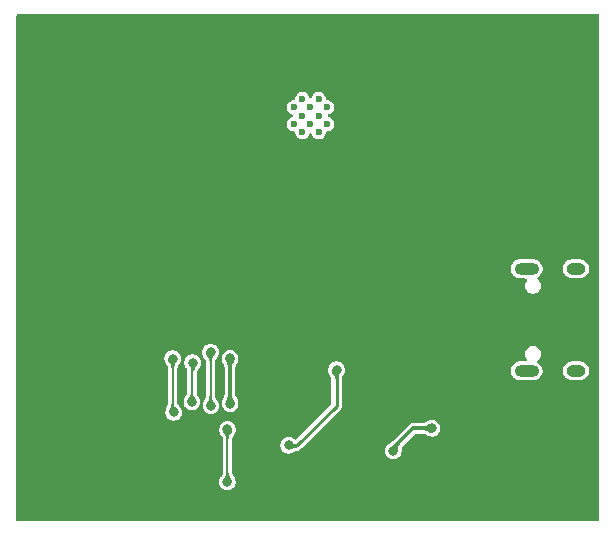
<source format=gbl>
%TF.GenerationSoftware,KiCad,Pcbnew,9.0.7-9.0.7~ubuntu24.04.1*%
%TF.CreationDate,2026-02-19T10:10:56+00:00*%
%TF.ProjectId,v1,76312e6b-6963-4616-945f-706362585858,rev?*%
%TF.SameCoordinates,Original*%
%TF.FileFunction,Copper,L2,Bot*%
%TF.FilePolarity,Positive*%
%FSLAX46Y46*%
G04 Gerber Fmt 4.6, Leading zero omitted, Abs format (unit mm)*
G04 Created by KiCad (PCBNEW 9.0.7-9.0.7~ubuntu24.04.1) date 2026-02-19 10:10:56*
%MOMM*%
%LPD*%
G01*
G04 APERTURE LIST*
%TA.AperFunction,ComponentPad*%
%ADD10C,0.800000*%
%TD*%
%TA.AperFunction,HeatsinkPad*%
%ADD11C,0.600000*%
%TD*%
%TA.AperFunction,ComponentPad*%
%ADD12O,2.100000X1.000000*%
%TD*%
%TA.AperFunction,ComponentPad*%
%ADD13O,1.600000X1.000000*%
%TD*%
%TA.AperFunction,ViaPad*%
%ADD14C,0.800000*%
%TD*%
%TA.AperFunction,ViaPad*%
%ADD15C,1.000000*%
%TD*%
%TA.AperFunction,Conductor*%
%ADD16C,0.250000*%
%TD*%
%TA.AperFunction,Conductor*%
%ADD17C,0.300000*%
%TD*%
%TA.AperFunction,Conductor*%
%ADD18C,0.200000*%
%TD*%
G04 APERTURE END LIST*
D10*
%TO.P,U3,11,PGND*%
%TO.N,GND*%
X108630000Y-91525000D03*
X107766400Y-90950000D03*
X109580000Y-90950000D03*
X108630000Y-90543600D03*
%TD*%
D11*
%TO.P,U6,39,GND*%
%TO.N,Net-(U6-GND-Pad1)*%
X124550000Y-64390000D03*
X124550000Y-65790000D03*
X125250000Y-63690000D03*
X125250000Y-65090000D03*
X125250000Y-66490000D03*
X125925000Y-64390000D03*
X125925000Y-65790000D03*
X126650000Y-63690000D03*
X126650000Y-65090000D03*
X126650000Y-66490000D03*
X127350000Y-64390000D03*
X127350000Y-65790000D03*
%TD*%
D12*
%TO.P,J1,S1,SHIELD*%
%TO.N,Net-(J1-SHIELD)*%
X144240000Y-86700000D03*
D13*
X148420000Y-86700000D03*
D12*
X144240000Y-78060000D03*
D13*
X148420000Y-78060000D03*
%TD*%
D14*
%TO.N,/Power Module/USB_5V*%
X119150000Y-89470000D03*
X119130000Y-85640000D03*
X124100000Y-93010000D03*
X128150000Y-86600000D03*
D15*
%TO.N,GND*%
X106880000Y-98900000D03*
X111630000Y-96300000D03*
X131850000Y-92900000D03*
X108280000Y-98900000D03*
X108630000Y-96000000D03*
X140840000Y-92930000D03*
X111680000Y-94950000D03*
X105630000Y-95100000D03*
X130950000Y-94000000D03*
X105640000Y-96500000D03*
X139470000Y-92300000D03*
X109680000Y-98900000D03*
X106030000Y-93600000D03*
X108650000Y-94630000D03*
X117900000Y-90890000D03*
X111580000Y-93600000D03*
D14*
X107675088Y-88209728D03*
D15*
X146510000Y-84850000D03*
X133300000Y-97040000D03*
X111630000Y-97600000D03*
D14*
X115190000Y-91850000D03*
D15*
X139440000Y-94030000D03*
X105680000Y-97950000D03*
X111230000Y-98900000D03*
X108650000Y-97420000D03*
X146560000Y-80370000D03*
D14*
%TO.N,Net-(U2-THERM)*%
X118910000Y-96110000D03*
X118920000Y-91650000D03*
%TO.N,/Power Module/PG*%
X117485000Y-85090000D03*
X117510000Y-89640000D03*
%TO.N,/Power Module/STAT1*%
X114360000Y-90220000D03*
X114280000Y-85670000D03*
%TO.N,/Power Module/STAT2*%
X115980000Y-86010000D03*
X115900000Y-89340000D03*
%TO.N,/Power Module/DW_OD*%
X132960000Y-93450000D03*
X136240000Y-91560000D03*
%TD*%
D16*
%TO.N,/Power Module/USB_5V*%
X128150000Y-89680000D02*
X128150000Y-86600000D01*
X124100000Y-93010000D02*
X124820000Y-93010000D01*
D17*
X119130000Y-85640000D02*
X119130000Y-89450000D01*
D16*
X124820000Y-93010000D02*
X128150000Y-89680000D01*
D17*
X119130000Y-89450000D02*
X119150000Y-89470000D01*
D18*
%TO.N,Net-(U2-THERM)*%
X119037500Y-96237500D02*
X119125000Y-96237500D01*
X118920000Y-96100000D02*
X118910000Y-96110000D01*
X118910000Y-96110000D02*
X119037500Y-96237500D01*
X118920000Y-91650000D02*
X118920000Y-96100000D01*
%TO.N,/Power Module/PG*%
X117485000Y-89615000D02*
X117510000Y-89640000D01*
X117485000Y-85090000D02*
X117485000Y-89615000D01*
%TO.N,/Power Module/STAT1*%
X114280000Y-90140000D02*
X114280000Y-85670000D01*
X114490000Y-90070000D02*
X114490000Y-90090000D01*
X114360000Y-90220000D02*
X114510000Y-90070000D01*
X114360000Y-90220000D02*
X114280000Y-90140000D01*
X114490000Y-90090000D02*
X114360000Y-90220000D01*
%TO.N,/Power Module/STAT2*%
X115900000Y-86640000D02*
X115980000Y-86560000D01*
X115980000Y-86560000D02*
X115980000Y-86010000D01*
X115900000Y-89340000D02*
X115900000Y-86640000D01*
X115990000Y-86020000D02*
X115980000Y-86010000D01*
D17*
%TO.N,/Power Module/DW_OD*%
X132960000Y-93250000D02*
X132960000Y-93450000D01*
X134650000Y-91560000D02*
X132960000Y-93250000D01*
X136240000Y-91560000D02*
X134650000Y-91560000D01*
%TD*%
%TA.AperFunction,Conductor*%
%TO.N,GND*%
G36*
X150342539Y-56510185D02*
G01*
X150388294Y-56562989D01*
X150399500Y-56614500D01*
X150399500Y-99325500D01*
X150379815Y-99392539D01*
X150327011Y-99438294D01*
X150275500Y-99449500D01*
X101174500Y-99449500D01*
X101107461Y-99429815D01*
X101061706Y-99377011D01*
X101050500Y-99325500D01*
X101050500Y-96178995D01*
X118209499Y-96178995D01*
X118236418Y-96314322D01*
X118236421Y-96314332D01*
X118289221Y-96441804D01*
X118289228Y-96441817D01*
X118365885Y-96556541D01*
X118365888Y-96556545D01*
X118463454Y-96654111D01*
X118463458Y-96654114D01*
X118578182Y-96730771D01*
X118578195Y-96730778D01*
X118705667Y-96783578D01*
X118705672Y-96783580D01*
X118705676Y-96783580D01*
X118705677Y-96783581D01*
X118841004Y-96810500D01*
X118841007Y-96810500D01*
X118978995Y-96810500D01*
X119070041Y-96792389D01*
X119114328Y-96783580D01*
X119241811Y-96730775D01*
X119356542Y-96654114D01*
X119454114Y-96556542D01*
X119530775Y-96441811D01*
X119583580Y-96314328D01*
X119610500Y-96178993D01*
X119610500Y-96041007D01*
X119610499Y-96041004D01*
X119599081Y-95983603D01*
X119596931Y-95967006D01*
X119595619Y-95945633D01*
X119595619Y-95945632D01*
X119575977Y-95867443D01*
X119571450Y-95851311D01*
X119571071Y-95850090D01*
X119565704Y-95834328D01*
X119538651Y-95761459D01*
X119528968Y-95738333D01*
X119528966Y-95738328D01*
X119528155Y-95736594D01*
X119516590Y-95714312D01*
X119516580Y-95714292D01*
X119446622Y-95592062D01*
X119437910Y-95577764D01*
X119437908Y-95577760D01*
X119437543Y-95577197D01*
X119437210Y-95576683D01*
X119427636Y-95562758D01*
X119396945Y-95520663D01*
X119396033Y-95519392D01*
X119365499Y-95476263D01*
X119356968Y-95462356D01*
X119354822Y-95458278D01*
X119350079Y-95449263D01*
X119340517Y-95425343D01*
X119336096Y-95409747D01*
X119331776Y-95385640D01*
X119325410Y-95304556D01*
X119324513Y-95301116D01*
X119320500Y-95269826D01*
X119320500Y-93078995D01*
X123399499Y-93078995D01*
X123426418Y-93214322D01*
X123426421Y-93214332D01*
X123479221Y-93341804D01*
X123479228Y-93341817D01*
X123555885Y-93456541D01*
X123555888Y-93456545D01*
X123653454Y-93554111D01*
X123653458Y-93554114D01*
X123768182Y-93630771D01*
X123768195Y-93630778D01*
X123895667Y-93683578D01*
X123895672Y-93683580D01*
X123895676Y-93683580D01*
X123895677Y-93683581D01*
X124031004Y-93710500D01*
X124031007Y-93710500D01*
X124168995Y-93710500D01*
X124260041Y-93692389D01*
X124304328Y-93683580D01*
X124431811Y-93630775D01*
X124455648Y-93614846D01*
X124465109Y-93609118D01*
X124473021Y-93604797D01*
X124488675Y-93599002D01*
X124540948Y-93567707D01*
X124543085Y-93566541D01*
X124543710Y-93566404D01*
X124550768Y-93562686D01*
X124569349Y-93554158D01*
X124587659Y-93547444D01*
X124674181Y-93523242D01*
X124683875Y-93520947D01*
X124690194Y-93519717D01*
X124693435Y-93519067D01*
X124693497Y-93519054D01*
X124693533Y-93519047D01*
X124693632Y-93519027D01*
X124693784Y-93518995D01*
X132259499Y-93518995D01*
X132286418Y-93654322D01*
X132286421Y-93654332D01*
X132339221Y-93781804D01*
X132339228Y-93781817D01*
X132415885Y-93896541D01*
X132415888Y-93896545D01*
X132513454Y-93994111D01*
X132513458Y-93994114D01*
X132628182Y-94070771D01*
X132628195Y-94070778D01*
X132755667Y-94123578D01*
X132755672Y-94123580D01*
X132755676Y-94123580D01*
X132755677Y-94123581D01*
X132891004Y-94150500D01*
X132891007Y-94150500D01*
X133028995Y-94150500D01*
X133120041Y-94132389D01*
X133164328Y-94123580D01*
X133291811Y-94070775D01*
X133406542Y-93994114D01*
X133504114Y-93896542D01*
X133580775Y-93781811D01*
X133633580Y-93654328D01*
X133648231Y-93580665D01*
X133651109Y-93569130D01*
X133657414Y-93548200D01*
X133674623Y-93389088D01*
X133675254Y-93380996D01*
X133676043Y-93370888D01*
X133676109Y-93369509D01*
X133676109Y-93369507D01*
X133676110Y-93369487D01*
X133676440Y-93351230D01*
X133675422Y-93265174D01*
X133675415Y-93264145D01*
X133675404Y-93260324D01*
X133675331Y-93235280D01*
X133694820Y-93168187D01*
X133704467Y-93155067D01*
X133734539Y-93119350D01*
X133735729Y-93117293D01*
X133755357Y-93091744D01*
X134800284Y-92046819D01*
X134861607Y-92013334D01*
X134887965Y-92010500D01*
X135408113Y-92010500D01*
X135418549Y-92010940D01*
X135427671Y-92011710D01*
X135444528Y-92015687D01*
X135512455Y-92018871D01*
X135514755Y-92019066D01*
X135515378Y-92019307D01*
X135524086Y-92020212D01*
X135540839Y-92022920D01*
X135563805Y-92028935D01*
X135613690Y-92047261D01*
X135633145Y-92056392D01*
X135680268Y-92083724D01*
X135680340Y-92083765D01*
X135680350Y-92083771D01*
X135683483Y-92085564D01*
X135683724Y-92085700D01*
X135686876Y-92087454D01*
X135718176Y-92104633D01*
X135816845Y-92158788D01*
X135816857Y-92158794D01*
X135835896Y-92168394D01*
X135837053Y-92168927D01*
X135837396Y-92169086D01*
X135857051Y-92177331D01*
X135857062Y-92177335D01*
X135857064Y-92177336D01*
X135942605Y-92209755D01*
X135959018Y-92215447D01*
X135959030Y-92215451D01*
X135960299Y-92215851D01*
X135977080Y-92220618D01*
X135977098Y-92220623D01*
X136075002Y-92245433D01*
X136082319Y-92247192D01*
X136082702Y-92247279D01*
X136082872Y-92247318D01*
X136082882Y-92247320D01*
X136097227Y-92250222D01*
X136105579Y-92250145D01*
X136130906Y-92252523D01*
X136171006Y-92260500D01*
X136171007Y-92260500D01*
X136308995Y-92260500D01*
X136424877Y-92237449D01*
X136444328Y-92233580D01*
X136542924Y-92192740D01*
X136571804Y-92180778D01*
X136571804Y-92180777D01*
X136571811Y-92180775D01*
X136686542Y-92104114D01*
X136784114Y-92006542D01*
X136860775Y-91891811D01*
X136913580Y-91764328D01*
X136940500Y-91628993D01*
X136940500Y-91491007D01*
X136940500Y-91491004D01*
X136913581Y-91355677D01*
X136913580Y-91355676D01*
X136913580Y-91355672D01*
X136898051Y-91318182D01*
X136860778Y-91228195D01*
X136860771Y-91228182D01*
X136784114Y-91113458D01*
X136784111Y-91113454D01*
X136686545Y-91015888D01*
X136686541Y-91015885D01*
X136571817Y-90939228D01*
X136571804Y-90939221D01*
X136444332Y-90886421D01*
X136444322Y-90886418D01*
X136308995Y-90859500D01*
X136308993Y-90859500D01*
X136171007Y-90859500D01*
X136131350Y-90867387D01*
X136115126Y-90870615D01*
X136098003Y-90872795D01*
X136076962Y-90873996D01*
X136076958Y-90873996D01*
X135991010Y-90895192D01*
X135976042Y-90899289D01*
X135974982Y-90899609D01*
X135960770Y-90904273D01*
X135882565Y-90932066D01*
X135861538Y-90940430D01*
X135861518Y-90940438D01*
X135861515Y-90940440D01*
X135859954Y-90941129D01*
X135859946Y-90941133D01*
X135839488Y-90951089D01*
X135690152Y-91030773D01*
X135684990Y-91033591D01*
X135684649Y-91033781D01*
X135678946Y-91037046D01*
X135629685Y-91065950D01*
X135616789Y-91072536D01*
X135595717Y-91081789D01*
X135574599Y-91088877D01*
X135546677Y-91095529D01*
X135526136Y-91098634D01*
X135438420Y-91104444D01*
X135438416Y-91104445D01*
X135433152Y-91105767D01*
X135402956Y-91109500D01*
X134590691Y-91109500D01*
X134500325Y-91133713D01*
X134500324Y-91133712D01*
X134476116Y-91140199D01*
X134476113Y-91140200D01*
X134373386Y-91199511D01*
X134373383Y-91199513D01*
X133107230Y-92465665D01*
X133102877Y-92469812D01*
X133095380Y-92476614D01*
X133077132Y-92488418D01*
X132960858Y-92598684D01*
X132959811Y-92599635D01*
X132959497Y-92599786D01*
X132953505Y-92604985D01*
X132881822Y-92661800D01*
X132871899Y-92668899D01*
X132813996Y-92706158D01*
X132813972Y-92706172D01*
X132813973Y-92706173D01*
X132767774Y-92735900D01*
X132767366Y-92736161D01*
X132670912Y-92797693D01*
X132670908Y-92797695D01*
X132583446Y-92853490D01*
X132579682Y-92855931D01*
X132579605Y-92855982D01*
X132572726Y-92860648D01*
X132565570Y-92867934D01*
X132546005Y-92884137D01*
X132513461Y-92905883D01*
X132415884Y-93003459D01*
X132339228Y-93118182D01*
X132339221Y-93118195D01*
X132286421Y-93245667D01*
X132286418Y-93245677D01*
X132259500Y-93381004D01*
X132259500Y-93381007D01*
X132259500Y-93518993D01*
X132259500Y-93518995D01*
X132259499Y-93518995D01*
X124693784Y-93518995D01*
X124696347Y-93518454D01*
X124696366Y-93518450D01*
X124770559Y-93502455D01*
X124788938Y-93497892D01*
X124790338Y-93497498D01*
X124808515Y-93491765D01*
X124882856Y-93465741D01*
X124910334Y-93454598D01*
X124912389Y-93453646D01*
X124938579Y-93439937D01*
X125019123Y-93392677D01*
X125042505Y-93377481D01*
X125044239Y-93376238D01*
X125064991Y-93359879D01*
X125081263Y-93350485D01*
X125115326Y-93316421D01*
X125149886Y-93286524D01*
X125158111Y-93279144D01*
X125158729Y-93278569D01*
X125171578Y-93265886D01*
X125175206Y-93260317D01*
X125191412Y-93240334D01*
X128490485Y-89941263D01*
X128546503Y-89844237D01*
X128575500Y-89736019D01*
X128575500Y-89623982D01*
X128575500Y-87432564D01*
X128575987Y-87421588D01*
X128576787Y-87412581D01*
X128580677Y-87396278D01*
X128583738Y-87334361D01*
X128583954Y-87331931D01*
X128584221Y-87331249D01*
X128585209Y-87322196D01*
X128585278Y-87321789D01*
X128586976Y-87311767D01*
X128593566Y-87287792D01*
X128608145Y-87250065D01*
X128619474Y-87227753D01*
X128653292Y-87175109D01*
X128655033Y-87172368D01*
X128655161Y-87172164D01*
X128656767Y-87169576D01*
X128736609Y-87039465D01*
X128748659Y-87017920D01*
X128749514Y-87016235D01*
X128759796Y-86993764D01*
X128767383Y-86975237D01*
X128777112Y-86951476D01*
X128795170Y-86907377D01*
X128802198Y-86888454D01*
X128802689Y-86886985D01*
X128808472Y-86867561D01*
X128834700Y-86767443D01*
X128836742Y-86759183D01*
X128836894Y-86758529D01*
X128840125Y-86742752D01*
X128840052Y-86734879D01*
X128840525Y-86722871D01*
X128841115Y-86716167D01*
X128850500Y-86668993D01*
X128850500Y-86621153D01*
X142889500Y-86621153D01*
X142889500Y-86778846D01*
X142920261Y-86933489D01*
X142920264Y-86933501D01*
X142980602Y-87079172D01*
X142980609Y-87079185D01*
X143068210Y-87210288D01*
X143068213Y-87210292D01*
X143179707Y-87321786D01*
X143179711Y-87321789D01*
X143310814Y-87409390D01*
X143310827Y-87409397D01*
X143456498Y-87469735D01*
X143456503Y-87469737D01*
X143611153Y-87500499D01*
X143611156Y-87500500D01*
X143611158Y-87500500D01*
X144868844Y-87500500D01*
X144868845Y-87500499D01*
X145023497Y-87469737D01*
X145169179Y-87409394D01*
X145300289Y-87321789D01*
X145411789Y-87210289D01*
X145499394Y-87079179D01*
X145559737Y-86933497D01*
X145590500Y-86778842D01*
X145590500Y-86621158D01*
X145590500Y-86621155D01*
X145590499Y-86621153D01*
X147319500Y-86621153D01*
X147319500Y-86778846D01*
X147350261Y-86933489D01*
X147350264Y-86933501D01*
X147410602Y-87079172D01*
X147410609Y-87079185D01*
X147498210Y-87210288D01*
X147498213Y-87210292D01*
X147609707Y-87321786D01*
X147609711Y-87321789D01*
X147740814Y-87409390D01*
X147740827Y-87409397D01*
X147886498Y-87469735D01*
X147886503Y-87469737D01*
X148041153Y-87500499D01*
X148041156Y-87500500D01*
X148041158Y-87500500D01*
X148798844Y-87500500D01*
X148798845Y-87500499D01*
X148953497Y-87469737D01*
X149099179Y-87409394D01*
X149230289Y-87321789D01*
X149341789Y-87210289D01*
X149429394Y-87079179D01*
X149489737Y-86933497D01*
X149520500Y-86778842D01*
X149520500Y-86621158D01*
X149520500Y-86621155D01*
X149520499Y-86621153D01*
X149507372Y-86555160D01*
X149489737Y-86466503D01*
X149485993Y-86457463D01*
X149429397Y-86320827D01*
X149429390Y-86320814D01*
X149341789Y-86189711D01*
X149341786Y-86189707D01*
X149230292Y-86078213D01*
X149230288Y-86078210D01*
X149099185Y-85990609D01*
X149099172Y-85990602D01*
X148953501Y-85930264D01*
X148953489Y-85930261D01*
X148798845Y-85899500D01*
X148798842Y-85899500D01*
X148041158Y-85899500D01*
X148041155Y-85899500D01*
X147886510Y-85930261D01*
X147886498Y-85930264D01*
X147740827Y-85990602D01*
X147740814Y-85990609D01*
X147609711Y-86078210D01*
X147609707Y-86078213D01*
X147498213Y-86189707D01*
X147498210Y-86189711D01*
X147410609Y-86320814D01*
X147410602Y-86320827D01*
X147350264Y-86466498D01*
X147350261Y-86466510D01*
X147319500Y-86621153D01*
X145590499Y-86621153D01*
X145577372Y-86555160D01*
X145559737Y-86466503D01*
X145555993Y-86457463D01*
X145499397Y-86320827D01*
X145499390Y-86320814D01*
X145411789Y-86189711D01*
X145411786Y-86189707D01*
X145300292Y-86078213D01*
X145300288Y-86078210D01*
X145194755Y-86007694D01*
X145149950Y-85954081D01*
X145141243Y-85884756D01*
X145171398Y-85821729D01*
X145194756Y-85801490D01*
X145202136Y-85796559D01*
X145296559Y-85702136D01*
X145370747Y-85591106D01*
X145421849Y-85467736D01*
X145447900Y-85336767D01*
X145447900Y-85203233D01*
X145421849Y-85072264D01*
X145370747Y-84948894D01*
X145370745Y-84948891D01*
X145370743Y-84948887D01*
X145296559Y-84837864D01*
X145296556Y-84837860D01*
X145202139Y-84743443D01*
X145202135Y-84743440D01*
X145091112Y-84669256D01*
X145091102Y-84669251D01*
X144967736Y-84618151D01*
X144967728Y-84618149D01*
X144836771Y-84592100D01*
X144836767Y-84592100D01*
X144703233Y-84592100D01*
X144703228Y-84592100D01*
X144572271Y-84618149D01*
X144572263Y-84618151D01*
X144448897Y-84669251D01*
X144448887Y-84669256D01*
X144337864Y-84743440D01*
X144337860Y-84743443D01*
X144243443Y-84837860D01*
X144243440Y-84837864D01*
X144169256Y-84948887D01*
X144169251Y-84948897D01*
X144118151Y-85072263D01*
X144118149Y-85072271D01*
X144092100Y-85203228D01*
X144092100Y-85336771D01*
X144118149Y-85467728D01*
X144118151Y-85467736D01*
X144169251Y-85591102D01*
X144169256Y-85591112D01*
X144246429Y-85706609D01*
X144267307Y-85773287D01*
X144248822Y-85840667D01*
X144196844Y-85887357D01*
X144143327Y-85899500D01*
X143611155Y-85899500D01*
X143456510Y-85930261D01*
X143456498Y-85930264D01*
X143310827Y-85990602D01*
X143310814Y-85990609D01*
X143179711Y-86078210D01*
X143179707Y-86078213D01*
X143068213Y-86189707D01*
X143068210Y-86189711D01*
X142980609Y-86320814D01*
X142980602Y-86320827D01*
X142920264Y-86466498D01*
X142920261Y-86466510D01*
X142889500Y-86621153D01*
X128850500Y-86621153D01*
X128850500Y-86531007D01*
X128850500Y-86531004D01*
X128823581Y-86395677D01*
X128823580Y-86395676D01*
X128823580Y-86395672D01*
X128812087Y-86367925D01*
X128770778Y-86268195D01*
X128770771Y-86268182D01*
X128694114Y-86153458D01*
X128694111Y-86153454D01*
X128596545Y-86055888D01*
X128596541Y-86055885D01*
X128481817Y-85979228D01*
X128481804Y-85979221D01*
X128354332Y-85926421D01*
X128354322Y-85926418D01*
X128218995Y-85899500D01*
X128218993Y-85899500D01*
X128081007Y-85899500D01*
X128081005Y-85899500D01*
X127945677Y-85926418D01*
X127945667Y-85926421D01*
X127818195Y-85979221D01*
X127818182Y-85979228D01*
X127703458Y-86055885D01*
X127703454Y-86055888D01*
X127605888Y-86153454D01*
X127605885Y-86153458D01*
X127529228Y-86268182D01*
X127529221Y-86268195D01*
X127476421Y-86395667D01*
X127476418Y-86395677D01*
X127449500Y-86531004D01*
X127449500Y-86531007D01*
X127449500Y-86668993D01*
X127449500Y-86668994D01*
X127449499Y-86668994D01*
X127460810Y-86725861D01*
X127462970Y-86742635D01*
X127464242Y-86763887D01*
X127464244Y-86763897D01*
X127484407Y-86844685D01*
X127488814Y-86860520D01*
X127489173Y-86861688D01*
X127494258Y-86876805D01*
X127521562Y-86951476D01*
X127526749Y-86964106D01*
X127530637Y-86973574D01*
X127530640Y-86973580D01*
X127531397Y-86975237D01*
X127542246Y-86996697D01*
X127612452Y-87122967D01*
X127612461Y-87122982D01*
X127619823Y-87135512D01*
X127620399Y-87136441D01*
X127620404Y-87136449D01*
X127628168Y-87148344D01*
X127649719Y-87179742D01*
X127650855Y-87181427D01*
X127679924Y-87225355D01*
X127687722Y-87238931D01*
X127695556Y-87254814D01*
X127704163Y-87277724D01*
X127709512Y-87297793D01*
X127713358Y-87320580D01*
X127719529Y-87404011D01*
X127720592Y-87408142D01*
X127724500Y-87439027D01*
X127724500Y-89452389D01*
X127704815Y-89519428D01*
X127688181Y-89540070D01*
X124745585Y-92482665D01*
X124716619Y-92498481D01*
X124688156Y-92515237D01*
X124686082Y-92515155D01*
X124684262Y-92516150D01*
X124651330Y-92513794D01*
X124618340Y-92512503D01*
X124616064Y-92511272D01*
X124614570Y-92511166D01*
X124586834Y-92496596D01*
X124583983Y-92494602D01*
X124520995Y-92445073D01*
X124511685Y-92438036D01*
X124510958Y-92437508D01*
X124495364Y-92426902D01*
X124477425Y-92419703D01*
X124465621Y-92411816D01*
X124465604Y-92411804D01*
X124431808Y-92389223D01*
X124304332Y-92336421D01*
X124304322Y-92336418D01*
X124168995Y-92309500D01*
X124168993Y-92309500D01*
X124031007Y-92309500D01*
X124031005Y-92309500D01*
X123895677Y-92336418D01*
X123895667Y-92336421D01*
X123768195Y-92389221D01*
X123768182Y-92389228D01*
X123653458Y-92465885D01*
X123653454Y-92465888D01*
X123555888Y-92563454D01*
X123555885Y-92563458D01*
X123479228Y-92678182D01*
X123479221Y-92678195D01*
X123426421Y-92805667D01*
X123426418Y-92805677D01*
X123399500Y-92941004D01*
X123399500Y-92941007D01*
X123399500Y-93078993D01*
X123399500Y-93078995D01*
X123399499Y-93078995D01*
X119320500Y-93078995D01*
X119320500Y-92483165D01*
X119321031Y-92471706D01*
X119321857Y-92462802D01*
X119325666Y-92446998D01*
X119328613Y-92390001D01*
X119328847Y-92387489D01*
X119329139Y-92386753D01*
X119330200Y-92377417D01*
X119331083Y-92372412D01*
X119338214Y-92347545D01*
X119349031Y-92320756D01*
X119362651Y-92295754D01*
X119402881Y-92238666D01*
X119403733Y-92237449D01*
X119403839Y-92237296D01*
X119403884Y-92237232D01*
X119405757Y-92234511D01*
X119494110Y-92104631D01*
X119508772Y-92080799D01*
X119509807Y-92078930D01*
X119522178Y-92053969D01*
X119560485Y-91966910D01*
X119568950Y-91945520D01*
X119569535Y-91943862D01*
X119576353Y-91921950D01*
X119603964Y-91819830D01*
X119606327Y-91810510D01*
X119606503Y-91809767D01*
X119610029Y-91792733D01*
X119609961Y-91785341D01*
X119612336Y-91760030D01*
X119620500Y-91718993D01*
X119620500Y-91581007D01*
X119620500Y-91581004D01*
X119593581Y-91445677D01*
X119593580Y-91445676D01*
X119593580Y-91445672D01*
X119556299Y-91355667D01*
X119540778Y-91318195D01*
X119540771Y-91318182D01*
X119464114Y-91203458D01*
X119464111Y-91203454D01*
X119366545Y-91105888D01*
X119366541Y-91105885D01*
X119251817Y-91029228D01*
X119251804Y-91029221D01*
X119124332Y-90976421D01*
X119124322Y-90976418D01*
X118988995Y-90949500D01*
X118988993Y-90949500D01*
X118851007Y-90949500D01*
X118851005Y-90949500D01*
X118715677Y-90976418D01*
X118715667Y-90976421D01*
X118588195Y-91029221D01*
X118588182Y-91029228D01*
X118473458Y-91105885D01*
X118473454Y-91105888D01*
X118375888Y-91203454D01*
X118375885Y-91203458D01*
X118299228Y-91318182D01*
X118299221Y-91318195D01*
X118246421Y-91445667D01*
X118246418Y-91445677D01*
X118219500Y-91581004D01*
X118219500Y-91718991D01*
X118230986Y-91776740D01*
X118233128Y-91793212D01*
X118234464Y-91814650D01*
X118253794Y-91891290D01*
X118258440Y-91907753D01*
X118258830Y-91909000D01*
X118264337Y-91925035D01*
X118291225Y-91996781D01*
X118301252Y-92020452D01*
X118302104Y-92022249D01*
X118303461Y-92024823D01*
X118314159Y-92045117D01*
X118319315Y-92053969D01*
X118383972Y-92164970D01*
X118393685Y-92180549D01*
X118394468Y-92181725D01*
X118405173Y-92196785D01*
X118441775Y-92245119D01*
X118442627Y-92246257D01*
X118474292Y-92289083D01*
X118483310Y-92303180D01*
X118489539Y-92314541D01*
X118499748Y-92339096D01*
X118503497Y-92351817D01*
X118508145Y-92376793D01*
X118514634Y-92456386D01*
X118515416Y-92459355D01*
X118519500Y-92490918D01*
X118519500Y-95279539D01*
X118519160Y-95288716D01*
X118518460Y-95298145D01*
X118514297Y-95316229D01*
X118510714Y-95402524D01*
X118510564Y-95404547D01*
X118510291Y-95405270D01*
X118509112Y-95416377D01*
X118506816Y-95429734D01*
X118498277Y-95458278D01*
X118487882Y-95482124D01*
X118475538Y-95504052D01*
X118430918Y-95567303D01*
X118430485Y-95567913D01*
X118335851Y-95700357D01*
X118333136Y-95704219D01*
X118332934Y-95704511D01*
X118326690Y-95713909D01*
X118323133Y-95722732D01*
X118311232Y-95745253D01*
X118289223Y-95778192D01*
X118236421Y-95905667D01*
X118236418Y-95905677D01*
X118209500Y-96041004D01*
X118209500Y-96041005D01*
X118209500Y-96041007D01*
X118209500Y-96178993D01*
X118209500Y-96178995D01*
X118209499Y-96178995D01*
X101050500Y-96178995D01*
X101050500Y-85601007D01*
X113579500Y-85601007D01*
X113579500Y-85738993D01*
X113592609Y-85804899D01*
X113593066Y-85812234D01*
X113593126Y-85813203D01*
X113593128Y-85813212D01*
X113594464Y-85834650D01*
X113613794Y-85911290D01*
X113618440Y-85927753D01*
X113618830Y-85929000D01*
X113624337Y-85945035D01*
X113651225Y-86016781D01*
X113661252Y-86040452D01*
X113662104Y-86042249D01*
X113669293Y-86055886D01*
X113674159Y-86065117D01*
X113679315Y-86073969D01*
X113743972Y-86184970D01*
X113753685Y-86200549D01*
X113754468Y-86201725D01*
X113765173Y-86216785D01*
X113801775Y-86265119D01*
X113802627Y-86266257D01*
X113834292Y-86309083D01*
X113843310Y-86323180D01*
X113849539Y-86334541D01*
X113859748Y-86359096D01*
X113863497Y-86371817D01*
X113868145Y-86396793D01*
X113874634Y-86476386D01*
X113875416Y-86479355D01*
X113879500Y-86510918D01*
X113879500Y-89389827D01*
X113879118Y-89399552D01*
X113878388Y-89408826D01*
X113874301Y-89426422D01*
X113870960Y-89503246D01*
X113870788Y-89505441D01*
X113870578Y-89505991D01*
X113869773Y-89514279D01*
X113865891Y-89539918D01*
X113860600Y-89561528D01*
X113837872Y-89627898D01*
X113831228Y-89643658D01*
X113817001Y-89671804D01*
X113811744Y-89682203D01*
X113810227Y-89685246D01*
X113810191Y-89685319D01*
X113808291Y-89689254D01*
X113747113Y-89818332D01*
X113740172Y-89834116D01*
X113739680Y-89835325D01*
X113733702Y-89851296D01*
X113719401Y-89893012D01*
X113719398Y-89893022D01*
X113717454Y-89898695D01*
X113704880Y-89935371D01*
X113700610Y-89948832D01*
X113700309Y-89949863D01*
X113696709Y-89963328D01*
X113673703Y-90057984D01*
X113672414Y-90063514D01*
X113672313Y-90063966D01*
X113669660Y-90077204D01*
X113669858Y-90098929D01*
X113666923Y-90113685D01*
X113666911Y-90113736D01*
X113659500Y-90151001D01*
X113659500Y-90151007D01*
X113659500Y-90288993D01*
X113659500Y-90288995D01*
X113659499Y-90288995D01*
X113686418Y-90424322D01*
X113686421Y-90424332D01*
X113739221Y-90551804D01*
X113739228Y-90551817D01*
X113815885Y-90666541D01*
X113815888Y-90666545D01*
X113913454Y-90764111D01*
X113913458Y-90764114D01*
X114028182Y-90840771D01*
X114028195Y-90840778D01*
X114155667Y-90893578D01*
X114155672Y-90893580D01*
X114155676Y-90893580D01*
X114155677Y-90893581D01*
X114291004Y-90920500D01*
X114291007Y-90920500D01*
X114428995Y-90920500D01*
X114535627Y-90899289D01*
X114564328Y-90893580D01*
X114691811Y-90840775D01*
X114806542Y-90764114D01*
X114904114Y-90666542D01*
X114980775Y-90551811D01*
X115033580Y-90424328D01*
X115055609Y-90313581D01*
X115060500Y-90288995D01*
X115060500Y-90151004D01*
X115033581Y-90015677D01*
X115033580Y-90015676D01*
X115033580Y-90015672D01*
X115032714Y-90013581D01*
X114980777Y-89888193D01*
X114980776Y-89888191D01*
X114941952Y-89830087D01*
X114935190Y-89818692D01*
X114924831Y-89798894D01*
X114826771Y-89674320D01*
X114816300Y-89661018D01*
X114807617Y-89650482D01*
X114807427Y-89650263D01*
X114806912Y-89649665D01*
X114797758Y-89639521D01*
X114786789Y-89627898D01*
X114755584Y-89594832D01*
X114754165Y-89593303D01*
X114722850Y-89558981D01*
X114692206Y-89496189D01*
X114690828Y-89485054D01*
X114685417Y-89415568D01*
X114684498Y-89412037D01*
X114684109Y-89408995D01*
X115199499Y-89408995D01*
X115226418Y-89544322D01*
X115226421Y-89544332D01*
X115279221Y-89671804D01*
X115279228Y-89671817D01*
X115355885Y-89786541D01*
X115355888Y-89786545D01*
X115453454Y-89884111D01*
X115453458Y-89884114D01*
X115568182Y-89960771D01*
X115568195Y-89960778D01*
X115695667Y-90013578D01*
X115695672Y-90013580D01*
X115695676Y-90013580D01*
X115695677Y-90013581D01*
X115831004Y-90040500D01*
X115831007Y-90040500D01*
X115968995Y-90040500D01*
X116060041Y-90022389D01*
X116104328Y-90013580D01*
X116205185Y-89971804D01*
X116231804Y-89960778D01*
X116231804Y-89960777D01*
X116231811Y-89960775D01*
X116346542Y-89884114D01*
X116444114Y-89786542D01*
X116520775Y-89671811D01*
X116573580Y-89544328D01*
X116600500Y-89408993D01*
X116600500Y-89271007D01*
X116600500Y-89271004D01*
X116589013Y-89213259D01*
X116586870Y-89196784D01*
X116586620Y-89192777D01*
X116585533Y-89175339D01*
X116570925Y-89117423D01*
X116566209Y-89098725D01*
X116565357Y-89095705D01*
X116561558Y-89082245D01*
X116561169Y-89081001D01*
X116560008Y-89077621D01*
X116555673Y-89064997D01*
X116555663Y-89064969D01*
X116528775Y-88993222D01*
X116518711Y-88969470D01*
X116517865Y-88967687D01*
X116505839Y-88944881D01*
X116436030Y-88825035D01*
X116426274Y-88809390D01*
X116425497Y-88808224D01*
X116414816Y-88793199D01*
X116414810Y-88793191D01*
X116414800Y-88793177D01*
X116378146Y-88744777D01*
X116377346Y-88743709D01*
X116345702Y-88700911D01*
X116336691Y-88686824D01*
X116330461Y-88675460D01*
X116320252Y-88650908D01*
X116316501Y-88638181D01*
X116311853Y-88613199D01*
X116305367Y-88533620D01*
X116304583Y-88530641D01*
X116300500Y-88499082D01*
X116300500Y-86849008D01*
X116305930Y-86830514D01*
X116306390Y-86811247D01*
X116318231Y-86788623D01*
X116320185Y-86781969D01*
X116321812Y-86779501D01*
X116323891Y-86776429D01*
X116378883Y-86704830D01*
X116388611Y-86691427D01*
X116389325Y-86690385D01*
X116398236Y-86676600D01*
X116457514Y-86579259D01*
X116566722Y-86402146D01*
X116567295Y-86401213D01*
X116570552Y-86392664D01*
X116583325Y-86367925D01*
X116585533Y-86364621D01*
X116600775Y-86341811D01*
X116653580Y-86214328D01*
X116671422Y-86124631D01*
X116680500Y-86078995D01*
X116680500Y-85941004D01*
X116653581Y-85805677D01*
X116653580Y-85805676D01*
X116653580Y-85805672D01*
X116652915Y-85804066D01*
X116600778Y-85678195D01*
X116600771Y-85678182D01*
X116524114Y-85563458D01*
X116524111Y-85563454D01*
X116426545Y-85465888D01*
X116426541Y-85465885D01*
X116311817Y-85389228D01*
X116311804Y-85389221D01*
X116184332Y-85336421D01*
X116184322Y-85336418D01*
X116048995Y-85309500D01*
X116048993Y-85309500D01*
X115911007Y-85309500D01*
X115911005Y-85309500D01*
X115775677Y-85336418D01*
X115775667Y-85336421D01*
X115648195Y-85389221D01*
X115648182Y-85389228D01*
X115533458Y-85465885D01*
X115533454Y-85465888D01*
X115435888Y-85563454D01*
X115435885Y-85563458D01*
X115359228Y-85678182D01*
X115359221Y-85678195D01*
X115306421Y-85805667D01*
X115306418Y-85805677D01*
X115279500Y-85941004D01*
X115279500Y-85941007D01*
X115279500Y-86078993D01*
X115279500Y-86078995D01*
X115279499Y-86078995D01*
X115306418Y-86214322D01*
X115306421Y-86214332D01*
X115359221Y-86341804D01*
X115359228Y-86341817D01*
X115420875Y-86434077D01*
X115422614Y-86436679D01*
X115427267Y-86444467D01*
X115429530Y-86447030D01*
X115435886Y-86456542D01*
X115435887Y-86456543D01*
X115450624Y-86471280D01*
X115455892Y-86476885D01*
X115469132Y-86491879D01*
X115498750Y-86555160D01*
X115499006Y-86579146D01*
X115499500Y-86579146D01*
X115499500Y-88506829D01*
X115496049Y-88535879D01*
X115494335Y-88542988D01*
X115494333Y-88543003D01*
X115491515Y-88597463D01*
X115489797Y-88612589D01*
X115488920Y-88617562D01*
X115481784Y-88642456D01*
X115470969Y-88669239D01*
X115457351Y-88694236D01*
X115417174Y-88751250D01*
X115414380Y-88755285D01*
X115325883Y-88885373D01*
X115311189Y-88909263D01*
X115310172Y-88911101D01*
X115310157Y-88911130D01*
X115297834Y-88935999D01*
X115297812Y-88936045D01*
X115259512Y-89023093D01*
X115251059Y-89044445D01*
X115250485Y-89046071D01*
X115243649Y-89068036D01*
X115216038Y-89170156D01*
X115213662Y-89179529D01*
X115213496Y-89180228D01*
X115209969Y-89197266D01*
X115210037Y-89204664D01*
X115208245Y-89223743D01*
X115208117Y-89227553D01*
X115207892Y-89228811D01*
X115199500Y-89271007D01*
X115199500Y-89408993D01*
X115199500Y-89408995D01*
X115199499Y-89408995D01*
X114684109Y-89408995D01*
X114680500Y-89380804D01*
X114680500Y-86503165D01*
X114681031Y-86491706D01*
X114681857Y-86482802D01*
X114685666Y-86466998D01*
X114688613Y-86410001D01*
X114688847Y-86407489D01*
X114689139Y-86406753D01*
X114690200Y-86397417D01*
X114691083Y-86392412D01*
X114698214Y-86367545D01*
X114699143Y-86365246D01*
X114709031Y-86340755D01*
X114722651Y-86315754D01*
X114729946Y-86305403D01*
X114762778Y-86258812D01*
X114762881Y-86258666D01*
X114763733Y-86257449D01*
X114763839Y-86257296D01*
X114763884Y-86257232D01*
X114765757Y-86254511D01*
X114854110Y-86124631D01*
X114868772Y-86100799D01*
X114869807Y-86098930D01*
X114882178Y-86073969D01*
X114920485Y-85986910D01*
X114928950Y-85965520D01*
X114929535Y-85963862D01*
X114936353Y-85941950D01*
X114963964Y-85839830D01*
X114966327Y-85830510D01*
X114966503Y-85829767D01*
X114970029Y-85812733D01*
X114969961Y-85805341D01*
X114972336Y-85780030D01*
X114980500Y-85738993D01*
X114980500Y-85601007D01*
X114980500Y-85601004D01*
X114953581Y-85465677D01*
X114953580Y-85465676D01*
X114953580Y-85465672D01*
X114919695Y-85383866D01*
X114900778Y-85338195D01*
X114900771Y-85338182D01*
X114824114Y-85223458D01*
X114824111Y-85223454D01*
X114726545Y-85125888D01*
X114726541Y-85125885D01*
X114611817Y-85049228D01*
X114611804Y-85049221D01*
X114543681Y-85021004D01*
X116784500Y-85021004D01*
X116784500Y-85021007D01*
X116784500Y-85158993D01*
X116791355Y-85193458D01*
X116795986Y-85216740D01*
X116798128Y-85233212D01*
X116799464Y-85254650D01*
X116818794Y-85331290D01*
X116823440Y-85347753D01*
X116823830Y-85349000D01*
X116829337Y-85365035D01*
X116856225Y-85436781D01*
X116866252Y-85460452D01*
X116867104Y-85462249D01*
X116869997Y-85467736D01*
X116879159Y-85485117D01*
X116884315Y-85493969D01*
X116948972Y-85604970D01*
X116958685Y-85620549D01*
X116959468Y-85621725D01*
X116970173Y-85636785D01*
X117006775Y-85685119D01*
X117007627Y-85686257D01*
X117039292Y-85729083D01*
X117048310Y-85743180D01*
X117054539Y-85754541D01*
X117064748Y-85779096D01*
X117068497Y-85791817D01*
X117073145Y-85816793D01*
X117079634Y-85896386D01*
X117080416Y-85899355D01*
X117084500Y-85930918D01*
X117084500Y-88807431D01*
X117084013Y-88818408D01*
X117083212Y-88827417D01*
X117079323Y-88843719D01*
X117076260Y-88905632D01*
X117076044Y-88908073D01*
X117075776Y-88908753D01*
X117074789Y-88917811D01*
X117073024Y-88928228D01*
X117066432Y-88952204D01*
X117051860Y-88989918D01*
X117040525Y-89012243D01*
X117006614Y-89065034D01*
X117003289Y-89070332D01*
X116923401Y-89200516D01*
X116923392Y-89200531D01*
X116918588Y-89209115D01*
X116911402Y-89221953D01*
X116910554Y-89223621D01*
X116900340Y-89245933D01*
X116900203Y-89246232D01*
X116864824Y-89332633D01*
X116864818Y-89332647D01*
X116864818Y-89332649D01*
X116857800Y-89351541D01*
X116857316Y-89352990D01*
X116851524Y-89372444D01*
X116845841Y-89394137D01*
X116845839Y-89394147D01*
X116825294Y-89472575D01*
X116823248Y-89480855D01*
X116823100Y-89481492D01*
X116819874Y-89497247D01*
X116820063Y-89517902D01*
X116809500Y-89571007D01*
X116809500Y-89708993D01*
X116809500Y-89708995D01*
X116809499Y-89708995D01*
X116836418Y-89844322D01*
X116836421Y-89844332D01*
X116889221Y-89971804D01*
X116889228Y-89971817D01*
X116965885Y-90086541D01*
X116965888Y-90086545D01*
X117063454Y-90184111D01*
X117063458Y-90184114D01*
X117178182Y-90260771D01*
X117178195Y-90260778D01*
X117246318Y-90288995D01*
X117305672Y-90313580D01*
X117305676Y-90313580D01*
X117305677Y-90313581D01*
X117441004Y-90340500D01*
X117441007Y-90340500D01*
X117578995Y-90340500D01*
X117670041Y-90322389D01*
X117714328Y-90313580D01*
X117841811Y-90260775D01*
X117956542Y-90184114D01*
X118054114Y-90086542D01*
X118130775Y-89971811D01*
X118183580Y-89844328D01*
X118210500Y-89708993D01*
X118210500Y-89571007D01*
X118183580Y-89435672D01*
X118166376Y-89394137D01*
X118130777Y-89308193D01*
X118130776Y-89308192D01*
X118130775Y-89308189D01*
X118099239Y-89260992D01*
X118090636Y-89245933D01*
X118081514Y-89227003D01*
X118081513Y-89227002D01*
X118081512Y-89226999D01*
X117971490Y-89077317D01*
X117969775Y-89075006D01*
X117927188Y-89018198D01*
X117917283Y-89002712D01*
X117916714Y-89001657D01*
X117913664Y-88996005D01*
X117902666Y-88967871D01*
X117899806Y-88956695D01*
X117896159Y-88933364D01*
X117890614Y-88840481D01*
X117889083Y-88834256D01*
X117885500Y-88804660D01*
X117885500Y-85923165D01*
X117886031Y-85911706D01*
X117886857Y-85902802D01*
X117890666Y-85886998D01*
X117893613Y-85830001D01*
X117893847Y-85827489D01*
X117894139Y-85826753D01*
X117895200Y-85817417D01*
X117896083Y-85812412D01*
X117903214Y-85787545D01*
X117905142Y-85782772D01*
X117914031Y-85760755D01*
X117927651Y-85735754D01*
X117967881Y-85678666D01*
X117968733Y-85677449D01*
X117968839Y-85677296D01*
X117968884Y-85677232D01*
X117970757Y-85674511D01*
X118041169Y-85571004D01*
X118429500Y-85571004D01*
X118429500Y-85708991D01*
X118440614Y-85764868D01*
X118442794Y-85781988D01*
X118443996Y-85803037D01*
X118443996Y-85803040D01*
X118465183Y-85888953D01*
X118469261Y-85903857D01*
X118469575Y-85904900D01*
X118474274Y-85919230D01*
X118502069Y-85997439D01*
X118510469Y-86018549D01*
X118511168Y-86020131D01*
X118521098Y-86040529D01*
X118585309Y-86160867D01*
X118585320Y-86160887D01*
X118585553Y-86161323D01*
X118585558Y-86161332D01*
X118600785Y-86189867D01*
X118603683Y-86195172D01*
X118603914Y-86195585D01*
X118607051Y-86201059D01*
X118636433Y-86251136D01*
X118636894Y-86251949D01*
X118636985Y-86252340D01*
X118642533Y-86263202D01*
X118651790Y-86284283D01*
X118658878Y-86305400D01*
X118661345Y-86315754D01*
X118665530Y-86333323D01*
X118668634Y-86353862D01*
X118674444Y-86441576D01*
X118674446Y-86441587D01*
X118675768Y-86446853D01*
X118679500Y-86477044D01*
X118679500Y-88638709D01*
X118679099Y-88648675D01*
X118678355Y-88657894D01*
X118674305Y-88675241D01*
X118671016Y-88748915D01*
X118670836Y-88751156D01*
X118670615Y-88751731D01*
X118669777Y-88760160D01*
X118666280Y-88782749D01*
X118660749Y-88804826D01*
X118639453Y-88865533D01*
X118632011Y-88882547D01*
X118609879Y-88924310D01*
X118608129Y-88927666D01*
X118607907Y-88928097D01*
X118606254Y-88931366D01*
X118549097Y-89046083D01*
X118541720Y-89060888D01*
X118539825Y-89064997D01*
X118533995Y-89077640D01*
X118533527Y-89078741D01*
X118533451Y-89078922D01*
X118532157Y-89082245D01*
X118526675Y-89096320D01*
X118496642Y-89180999D01*
X118491941Y-89195374D01*
X118491935Y-89195395D01*
X118491613Y-89196469D01*
X118491605Y-89196494D01*
X118491605Y-89196498D01*
X118487619Y-89211095D01*
X118463981Y-89307007D01*
X118462424Y-89313643D01*
X118462321Y-89314103D01*
X118459698Y-89327210D01*
X118459778Y-89335969D01*
X118457400Y-89361288D01*
X118449500Y-89401002D01*
X118449500Y-89401005D01*
X118449500Y-89401007D01*
X118449500Y-89538993D01*
X118457185Y-89577629D01*
X118457186Y-89577636D01*
X118476418Y-89674320D01*
X118476421Y-89674332D01*
X118529221Y-89801804D01*
X118529228Y-89801817D01*
X118605885Y-89916541D01*
X118605888Y-89916545D01*
X118703454Y-90014111D01*
X118703458Y-90014114D01*
X118818182Y-90090771D01*
X118818195Y-90090778D01*
X118945667Y-90143578D01*
X118945672Y-90143580D01*
X118945676Y-90143580D01*
X118945677Y-90143581D01*
X119081004Y-90170500D01*
X119081007Y-90170500D01*
X119218995Y-90170500D01*
X119317020Y-90151001D01*
X119354328Y-90143580D01*
X119452924Y-90102740D01*
X119481804Y-90090778D01*
X119481804Y-90090777D01*
X119481811Y-90090775D01*
X119596542Y-90014114D01*
X119694114Y-89916542D01*
X119770775Y-89801811D01*
X119823580Y-89674328D01*
X119839697Y-89593303D01*
X119850500Y-89538995D01*
X119850500Y-89401005D01*
X119839226Y-89344331D01*
X119837061Y-89327481D01*
X119835916Y-89308189D01*
X119835802Y-89306264D01*
X119815452Y-89224542D01*
X119811178Y-89209115D01*
X119810820Y-89207943D01*
X119805747Y-89192768D01*
X119778346Y-89117431D01*
X119769485Y-89095705D01*
X119768741Y-89094064D01*
X119758162Y-89072942D01*
X119687858Y-88945166D01*
X119681065Y-88933443D01*
X119681013Y-88933357D01*
X119680541Y-88932582D01*
X119675244Y-88924310D01*
X119673220Y-88921149D01*
X119673209Y-88921132D01*
X119673199Y-88921117D01*
X119654631Y-88893487D01*
X119653418Y-88891648D01*
X119642215Y-88874320D01*
X119624904Y-88847546D01*
X119617350Y-88834093D01*
X119609211Y-88817218D01*
X119600915Y-88794653D01*
X119600530Y-88793177D01*
X119595281Y-88773056D01*
X119591590Y-88750717D01*
X119591118Y-88744199D01*
X119585488Y-88666470D01*
X119584371Y-88662109D01*
X119580500Y-88631364D01*
X119580500Y-86471889D01*
X119580940Y-86461453D01*
X119581710Y-86452331D01*
X119585688Y-86435469D01*
X119588872Y-86367545D01*
X119589066Y-86365246D01*
X119589307Y-86364621D01*
X119590214Y-86355900D01*
X119592920Y-86339154D01*
X119598937Y-86316184D01*
X119617260Y-86266307D01*
X119626387Y-86246859D01*
X119653770Y-86199651D01*
X119655565Y-86196515D01*
X119655701Y-86196274D01*
X119657456Y-86193120D01*
X119728795Y-86063139D01*
X119738394Y-86044102D01*
X119739078Y-86042619D01*
X119739234Y-86042249D01*
X119747331Y-86022946D01*
X119748991Y-86018566D01*
X119779755Y-85937393D01*
X119785513Y-85920772D01*
X119785913Y-85919500D01*
X119790622Y-85902901D01*
X119815432Y-85804998D01*
X119817076Y-85798183D01*
X119817205Y-85797620D01*
X119820222Y-85782772D01*
X119820145Y-85774417D01*
X119822523Y-85749092D01*
X119824533Y-85738991D01*
X119830500Y-85708993D01*
X119830500Y-85571007D01*
X119830500Y-85571004D01*
X119803581Y-85435677D01*
X119803580Y-85435676D01*
X119803580Y-85435672D01*
X119791673Y-85406926D01*
X119750778Y-85308195D01*
X119750771Y-85308182D01*
X119674114Y-85193458D01*
X119674111Y-85193454D01*
X119576545Y-85095888D01*
X119576541Y-85095885D01*
X119461817Y-85019228D01*
X119461804Y-85019221D01*
X119334332Y-84966421D01*
X119334322Y-84966418D01*
X119198995Y-84939500D01*
X119198993Y-84939500D01*
X119061007Y-84939500D01*
X119061005Y-84939500D01*
X118925677Y-84966418D01*
X118925667Y-84966421D01*
X118798195Y-85019221D01*
X118798182Y-85019228D01*
X118683458Y-85095885D01*
X118683454Y-85095888D01*
X118585888Y-85193454D01*
X118585885Y-85193458D01*
X118509228Y-85308182D01*
X118509221Y-85308195D01*
X118456421Y-85435667D01*
X118456418Y-85435677D01*
X118429500Y-85571004D01*
X118041169Y-85571004D01*
X118059110Y-85544631D01*
X118073772Y-85520799D01*
X118074807Y-85518930D01*
X118087178Y-85493969D01*
X118125485Y-85406910D01*
X118133950Y-85385520D01*
X118134535Y-85383862D01*
X118141353Y-85361950D01*
X118168964Y-85259830D01*
X118171327Y-85250510D01*
X118171503Y-85249767D01*
X118175029Y-85232733D01*
X118174961Y-85225341D01*
X118177336Y-85200030D01*
X118185500Y-85158993D01*
X118185500Y-85021007D01*
X118185500Y-85021004D01*
X118158581Y-84885677D01*
X118158580Y-84885676D01*
X118158580Y-84885672D01*
X118158578Y-84885667D01*
X118105778Y-84758195D01*
X118105771Y-84758182D01*
X118029114Y-84643458D01*
X118029111Y-84643454D01*
X117931545Y-84545888D01*
X117931541Y-84545885D01*
X117816817Y-84469228D01*
X117816804Y-84469221D01*
X117689332Y-84416421D01*
X117689322Y-84416418D01*
X117553995Y-84389500D01*
X117553993Y-84389500D01*
X117416007Y-84389500D01*
X117416005Y-84389500D01*
X117280677Y-84416418D01*
X117280667Y-84416421D01*
X117153195Y-84469221D01*
X117153182Y-84469228D01*
X117038458Y-84545885D01*
X117038454Y-84545888D01*
X116940888Y-84643454D01*
X116940885Y-84643458D01*
X116864228Y-84758182D01*
X116864221Y-84758195D01*
X116811421Y-84885667D01*
X116811418Y-84885677D01*
X116784500Y-85021004D01*
X114543681Y-85021004D01*
X114484332Y-84996421D01*
X114484322Y-84996418D01*
X114348995Y-84969500D01*
X114348993Y-84969500D01*
X114211007Y-84969500D01*
X114211005Y-84969500D01*
X114075677Y-84996418D01*
X114075667Y-84996421D01*
X113948195Y-85049221D01*
X113948182Y-85049228D01*
X113833458Y-85125885D01*
X113833454Y-85125888D01*
X113735888Y-85223454D01*
X113735885Y-85223458D01*
X113659228Y-85338182D01*
X113659221Y-85338195D01*
X113606421Y-85465667D01*
X113606418Y-85465677D01*
X113579963Y-85598673D01*
X113579963Y-85598677D01*
X113579500Y-85601007D01*
X101050500Y-85601007D01*
X101050500Y-77981153D01*
X142889500Y-77981153D01*
X142889500Y-78138846D01*
X142920261Y-78293489D01*
X142920264Y-78293501D01*
X142980602Y-78439172D01*
X142980609Y-78439185D01*
X143068210Y-78570288D01*
X143068213Y-78570292D01*
X143179707Y-78681786D01*
X143179711Y-78681789D01*
X143310814Y-78769390D01*
X143310827Y-78769397D01*
X143456498Y-78829735D01*
X143456503Y-78829737D01*
X143611153Y-78860499D01*
X143611156Y-78860500D01*
X143611158Y-78860500D01*
X144143327Y-78860500D01*
X144210366Y-78880185D01*
X144256121Y-78932989D01*
X144266065Y-79002147D01*
X144246429Y-79053391D01*
X144169256Y-79168887D01*
X144169251Y-79168897D01*
X144118151Y-79292263D01*
X144118149Y-79292271D01*
X144092100Y-79423228D01*
X144092100Y-79556771D01*
X144118149Y-79687728D01*
X144118151Y-79687736D01*
X144169251Y-79811102D01*
X144169256Y-79811112D01*
X144243440Y-79922135D01*
X144243443Y-79922139D01*
X144337860Y-80016556D01*
X144337864Y-80016559D01*
X144448887Y-80090743D01*
X144448891Y-80090745D01*
X144448894Y-80090747D01*
X144572264Y-80141849D01*
X144703228Y-80167899D01*
X144703232Y-80167900D01*
X144703233Y-80167900D01*
X144836768Y-80167900D01*
X144836769Y-80167899D01*
X144967736Y-80141849D01*
X145091106Y-80090747D01*
X145202136Y-80016559D01*
X145296559Y-79922136D01*
X145370747Y-79811106D01*
X145421849Y-79687736D01*
X145447900Y-79556767D01*
X145447900Y-79423233D01*
X145421849Y-79292264D01*
X145370747Y-79168894D01*
X145370745Y-79168891D01*
X145370743Y-79168887D01*
X145296559Y-79057864D01*
X145296556Y-79057860D01*
X145202138Y-78963442D01*
X145194756Y-78958510D01*
X145149951Y-78904898D01*
X145141243Y-78835573D01*
X145171397Y-78772545D01*
X145194755Y-78752305D01*
X145231445Y-78727788D01*
X145300289Y-78681789D01*
X145411789Y-78570289D01*
X145499394Y-78439179D01*
X145559737Y-78293497D01*
X145590500Y-78138842D01*
X145590500Y-77981158D01*
X145590500Y-77981155D01*
X145590499Y-77981153D01*
X147319500Y-77981153D01*
X147319500Y-78138846D01*
X147350261Y-78293489D01*
X147350264Y-78293501D01*
X147410602Y-78439172D01*
X147410609Y-78439185D01*
X147498210Y-78570288D01*
X147498213Y-78570292D01*
X147609707Y-78681786D01*
X147609711Y-78681789D01*
X147740814Y-78769390D01*
X147740827Y-78769397D01*
X147886498Y-78829735D01*
X147886503Y-78829737D01*
X148041153Y-78860499D01*
X148041156Y-78860500D01*
X148041158Y-78860500D01*
X148798844Y-78860500D01*
X148798845Y-78860499D01*
X148953497Y-78829737D01*
X149099179Y-78769394D01*
X149230289Y-78681789D01*
X149341789Y-78570289D01*
X149429394Y-78439179D01*
X149489737Y-78293497D01*
X149520500Y-78138842D01*
X149520500Y-77981158D01*
X149520500Y-77981155D01*
X149520499Y-77981153D01*
X149489738Y-77826510D01*
X149489737Y-77826503D01*
X149489735Y-77826498D01*
X149429397Y-77680827D01*
X149429390Y-77680814D01*
X149341789Y-77549711D01*
X149341786Y-77549707D01*
X149230292Y-77438213D01*
X149230288Y-77438210D01*
X149099185Y-77350609D01*
X149099172Y-77350602D01*
X148953501Y-77290264D01*
X148953489Y-77290261D01*
X148798845Y-77259500D01*
X148798842Y-77259500D01*
X148041158Y-77259500D01*
X148041155Y-77259500D01*
X147886510Y-77290261D01*
X147886498Y-77290264D01*
X147740827Y-77350602D01*
X147740814Y-77350609D01*
X147609711Y-77438210D01*
X147609707Y-77438213D01*
X147498213Y-77549707D01*
X147498210Y-77549711D01*
X147410609Y-77680814D01*
X147410602Y-77680827D01*
X147350264Y-77826498D01*
X147350261Y-77826510D01*
X147319500Y-77981153D01*
X145590499Y-77981153D01*
X145559738Y-77826510D01*
X145559737Y-77826503D01*
X145559735Y-77826498D01*
X145499397Y-77680827D01*
X145499390Y-77680814D01*
X145411789Y-77549711D01*
X145411786Y-77549707D01*
X145300292Y-77438213D01*
X145300288Y-77438210D01*
X145169185Y-77350609D01*
X145169172Y-77350602D01*
X145023501Y-77290264D01*
X145023489Y-77290261D01*
X144868845Y-77259500D01*
X144868842Y-77259500D01*
X143611158Y-77259500D01*
X143611155Y-77259500D01*
X143456510Y-77290261D01*
X143456498Y-77290264D01*
X143310827Y-77350602D01*
X143310814Y-77350609D01*
X143179711Y-77438210D01*
X143179707Y-77438213D01*
X143068213Y-77549707D01*
X143068210Y-77549711D01*
X142980609Y-77680814D01*
X142980602Y-77680827D01*
X142920264Y-77826498D01*
X142920261Y-77826510D01*
X142889500Y-77981153D01*
X101050500Y-77981153D01*
X101050500Y-64310943D01*
X123949500Y-64310943D01*
X123949500Y-64469057D01*
X123958917Y-64504199D01*
X123990423Y-64621783D01*
X123990426Y-64621790D01*
X124069475Y-64758709D01*
X124069479Y-64758714D01*
X124069480Y-64758716D01*
X124181284Y-64870520D01*
X124181286Y-64870521D01*
X124181290Y-64870524D01*
X124318209Y-64949573D01*
X124318216Y-64949577D01*
X124395278Y-64970225D01*
X124454937Y-65006590D01*
X124485466Y-65069437D01*
X124477171Y-65138813D01*
X124432686Y-65192691D01*
X124395279Y-65209774D01*
X124362615Y-65218526D01*
X124318214Y-65230423D01*
X124318209Y-65230426D01*
X124181290Y-65309475D01*
X124181282Y-65309481D01*
X124069481Y-65421282D01*
X124069475Y-65421290D01*
X123990426Y-65558209D01*
X123990423Y-65558216D01*
X123949500Y-65710943D01*
X123949500Y-65869057D01*
X123958917Y-65904199D01*
X123990423Y-66021783D01*
X123990426Y-66021790D01*
X124069475Y-66158709D01*
X124069479Y-66158714D01*
X124069480Y-66158716D01*
X124181284Y-66270520D01*
X124181286Y-66270521D01*
X124181290Y-66270524D01*
X124318209Y-66349573D01*
X124318216Y-66349577D01*
X124470943Y-66390500D01*
X124470945Y-66390500D01*
X124525500Y-66390500D01*
X124592539Y-66410185D01*
X124638294Y-66462989D01*
X124649500Y-66514500D01*
X124649500Y-66569056D01*
X124690423Y-66721783D01*
X124690426Y-66721790D01*
X124769475Y-66858709D01*
X124769479Y-66858714D01*
X124769480Y-66858716D01*
X124881284Y-66970520D01*
X124881286Y-66970521D01*
X124881290Y-66970524D01*
X125018209Y-67049573D01*
X125018216Y-67049577D01*
X125170943Y-67090500D01*
X125170945Y-67090500D01*
X125329055Y-67090500D01*
X125329057Y-67090500D01*
X125481784Y-67049577D01*
X125618716Y-66970520D01*
X125730520Y-66858716D01*
X125809577Y-66721784D01*
X125830225Y-66644721D01*
X125866590Y-66585062D01*
X125929437Y-66554533D01*
X125998812Y-66562828D01*
X126052690Y-66607313D01*
X126069775Y-66644723D01*
X126090423Y-66721783D01*
X126090426Y-66721790D01*
X126169475Y-66858709D01*
X126169479Y-66858714D01*
X126169480Y-66858716D01*
X126281284Y-66970520D01*
X126281286Y-66970521D01*
X126281290Y-66970524D01*
X126418209Y-67049573D01*
X126418216Y-67049577D01*
X126570943Y-67090500D01*
X126570945Y-67090500D01*
X126729055Y-67090500D01*
X126729057Y-67090500D01*
X126881784Y-67049577D01*
X127018716Y-66970520D01*
X127130520Y-66858716D01*
X127209577Y-66721784D01*
X127250500Y-66569057D01*
X127250500Y-66514500D01*
X127270185Y-66447461D01*
X127322989Y-66401706D01*
X127374500Y-66390500D01*
X127429055Y-66390500D01*
X127429057Y-66390500D01*
X127581784Y-66349577D01*
X127718716Y-66270520D01*
X127830520Y-66158716D01*
X127909577Y-66021784D01*
X127950500Y-65869057D01*
X127950500Y-65710943D01*
X127909577Y-65558216D01*
X127909573Y-65558209D01*
X127830524Y-65421290D01*
X127830518Y-65421282D01*
X127718717Y-65309481D01*
X127718709Y-65309475D01*
X127581790Y-65230426D01*
X127581786Y-65230424D01*
X127581784Y-65230423D01*
X127504721Y-65209774D01*
X127445062Y-65173410D01*
X127414533Y-65110563D01*
X127422828Y-65041188D01*
X127467313Y-64987310D01*
X127504720Y-64970225D01*
X127581784Y-64949577D01*
X127718716Y-64870520D01*
X127830520Y-64758716D01*
X127909577Y-64621784D01*
X127950500Y-64469057D01*
X127950500Y-64310943D01*
X127909577Y-64158216D01*
X127909573Y-64158209D01*
X127830524Y-64021290D01*
X127830518Y-64021282D01*
X127718717Y-63909481D01*
X127718709Y-63909475D01*
X127581790Y-63830426D01*
X127581786Y-63830424D01*
X127581784Y-63830423D01*
X127429057Y-63789500D01*
X127374500Y-63789500D01*
X127307461Y-63769815D01*
X127261706Y-63717011D01*
X127250500Y-63665500D01*
X127250500Y-63610945D01*
X127250500Y-63610943D01*
X127209577Y-63458216D01*
X127209573Y-63458209D01*
X127130524Y-63321290D01*
X127130518Y-63321282D01*
X127018717Y-63209481D01*
X127018709Y-63209475D01*
X126881790Y-63130426D01*
X126881786Y-63130424D01*
X126881784Y-63130423D01*
X126729057Y-63089500D01*
X126570943Y-63089500D01*
X126418216Y-63130423D01*
X126418209Y-63130426D01*
X126281290Y-63209475D01*
X126281282Y-63209481D01*
X126169481Y-63321282D01*
X126169475Y-63321290D01*
X126090426Y-63458209D01*
X126090423Y-63458214D01*
X126069775Y-63535277D01*
X126033410Y-63594937D01*
X125970563Y-63625466D01*
X125901187Y-63617171D01*
X125847309Y-63572686D01*
X125830225Y-63535277D01*
X125809576Y-63458214D01*
X125809573Y-63458209D01*
X125730524Y-63321290D01*
X125730518Y-63321282D01*
X125618717Y-63209481D01*
X125618709Y-63209475D01*
X125481790Y-63130426D01*
X125481786Y-63130424D01*
X125481784Y-63130423D01*
X125329057Y-63089500D01*
X125170943Y-63089500D01*
X125018216Y-63130423D01*
X125018209Y-63130426D01*
X124881290Y-63209475D01*
X124881282Y-63209481D01*
X124769481Y-63321282D01*
X124769475Y-63321290D01*
X124690426Y-63458209D01*
X124690423Y-63458216D01*
X124649500Y-63610943D01*
X124649500Y-63665500D01*
X124629815Y-63732539D01*
X124577011Y-63778294D01*
X124525500Y-63789500D01*
X124470943Y-63789500D01*
X124318216Y-63830423D01*
X124318209Y-63830426D01*
X124181290Y-63909475D01*
X124181282Y-63909481D01*
X124069481Y-64021282D01*
X124069475Y-64021290D01*
X123990426Y-64158209D01*
X123990423Y-64158216D01*
X123949500Y-64310943D01*
X101050500Y-64310943D01*
X101050500Y-56614500D01*
X101070185Y-56547461D01*
X101122989Y-56501706D01*
X101174500Y-56490500D01*
X150275500Y-56490500D01*
X150342539Y-56510185D01*
G37*
%TD.AperFunction*%
%TD*%
%TA.AperFunction,Conductor*%
%TO.N,/Power Module/USB_5V*%
G36*
X128530167Y-86675588D02*
G01*
X128537599Y-86680582D01*
X128539325Y-86689369D01*
X128539173Y-86690023D01*
X128512945Y-86790141D01*
X128512454Y-86791610D01*
X128477080Y-86877997D01*
X128476225Y-86879682D01*
X128396383Y-87009793D01*
X128396255Y-87009997D01*
X128338884Y-87099309D01*
X128338883Y-87099312D01*
X128293000Y-87218058D01*
X128292999Y-87218060D01*
X128292999Y-87218062D01*
X128286240Y-87257958D01*
X128279749Y-87296266D01*
X128275550Y-87381192D01*
X128271718Y-87389286D01*
X128263864Y-87392314D01*
X128035866Y-87392314D01*
X128027593Y-87388887D01*
X128024198Y-87381477D01*
X128017895Y-87296266D01*
X128015061Y-87257953D01*
X128004427Y-87218062D01*
X127988385Y-87157881D01*
X127959498Y-87099312D01*
X127949692Y-87079429D01*
X127949690Y-87079426D01*
X127949687Y-87079421D01*
X127903682Y-87009899D01*
X127880042Y-86975457D01*
X127879466Y-86974528D01*
X127809247Y-86848234D01*
X127808485Y-86846567D01*
X127788126Y-86790891D01*
X127781175Y-86771882D01*
X127780818Y-86770721D01*
X127760652Y-86689919D01*
X127761974Y-86681063D01*
X127769171Y-86675735D01*
X127769693Y-86675617D01*
X127769837Y-86675588D01*
X128147692Y-86599465D01*
X128152308Y-86599465D01*
X128530167Y-86675588D01*
G37*
%TD.AperFunction*%
%TD*%
%TA.AperFunction,Conductor*%
%TO.N,/Power Module/USB_5V*%
G36*
X124331433Y-92684694D02*
G01*
X124332160Y-92685222D01*
X124408490Y-92745242D01*
X124409349Y-92745989D01*
X124463528Y-92798028D01*
X124482251Y-92816012D01*
X124566413Y-92893955D01*
X124566414Y-92893957D01*
X124591868Y-92907825D01*
X124633146Y-92930315D01*
X124664811Y-92934316D01*
X124697948Y-92928433D01*
X124738508Y-92907825D01*
X124774531Y-92877412D01*
X124783060Y-92874695D01*
X124790349Y-92878081D01*
X124950629Y-93038361D01*
X124954056Y-93046634D01*
X124950629Y-93054907D01*
X124950011Y-93055482D01*
X124866251Y-93127943D01*
X124864517Y-93129186D01*
X124783973Y-93176446D01*
X124781918Y-93177398D01*
X124707577Y-93203422D01*
X124706177Y-93203816D01*
X124631984Y-93219811D01*
X124631756Y-93219858D01*
X124608496Y-93224391D01*
X124540611Y-93243379D01*
X124472729Y-93262366D01*
X124472728Y-93262366D01*
X124472726Y-93262367D01*
X124472725Y-93262367D01*
X124402035Y-93294810D01*
X124331756Y-93336883D01*
X124322897Y-93338192D01*
X124316035Y-93333368D01*
X124103666Y-93017217D01*
X124101897Y-93008439D01*
X124103653Y-93004188D01*
X124150390Y-92934316D01*
X124315203Y-92687913D01*
X124322651Y-92682943D01*
X124331433Y-92684694D01*
G37*
%TD.AperFunction*%
%TD*%
%TA.AperFunction,Conductor*%
%TO.N,/Power Module/USB_5V*%
G36*
X119277390Y-88681113D02*
G01*
X119280786Y-88688541D01*
X119289733Y-88812065D01*
X119289734Y-88812073D01*
X119315873Y-88912258D01*
X119315874Y-88912261D01*
X119353813Y-88990920D01*
X119353818Y-88990930D01*
X119353821Y-88990936D01*
X119353823Y-88990938D01*
X119398946Y-89060730D01*
X119419658Y-89091550D01*
X119420198Y-89092436D01*
X119490502Y-89220212D01*
X119491246Y-89221853D01*
X119518647Y-89297190D01*
X119519005Y-89298362D01*
X119539355Y-89380084D01*
X119538029Y-89388940D01*
X119530829Y-89394264D01*
X119530313Y-89394381D01*
X119152311Y-89470534D01*
X119147689Y-89470534D01*
X118769657Y-89394375D01*
X118762224Y-89389381D01*
X118760498Y-89380594D01*
X118760599Y-89380141D01*
X118784244Y-89284204D01*
X118784566Y-89283130D01*
X118814606Y-89198429D01*
X118815159Y-89197128D01*
X118879694Y-89067604D01*
X118879828Y-89067343D01*
X118883333Y-89060730D01*
X118917054Y-88997101D01*
X118962129Y-88868602D01*
X118975266Y-88783749D01*
X118979501Y-88688863D01*
X118983293Y-88680752D01*
X118991189Y-88677686D01*
X119269117Y-88677686D01*
X119277390Y-88681113D01*
G37*
%TD.AperFunction*%
%TD*%
%TA.AperFunction,Conductor*%
%TO.N,/Power Module/USB_5V*%
G36*
X119510263Y-85715608D02*
G01*
X119517696Y-85720602D01*
X119519422Y-85729389D01*
X119519293Y-85729952D01*
X119494483Y-85827855D01*
X119494083Y-85829127D01*
X119461664Y-85914668D01*
X119460980Y-85916151D01*
X119389641Y-86046132D01*
X119389505Y-86046373D01*
X119343380Y-86125897D01*
X119343376Y-86125907D01*
X119297929Y-86249624D01*
X119297926Y-86249635D01*
X119284741Y-86331213D01*
X119284739Y-86331233D01*
X119280523Y-86421162D01*
X119276713Y-86429266D01*
X119268836Y-86432314D01*
X118990950Y-86432314D01*
X118982677Y-86428887D01*
X118979276Y-86421387D01*
X118971081Y-86297657D01*
X118971081Y-86297651D01*
X118947085Y-86196919D01*
X118912153Y-86117371D01*
X118870542Y-86046454D01*
X118870311Y-86046041D01*
X118855084Y-86017506D01*
X118790618Y-85896689D01*
X118789924Y-85895118D01*
X118762133Y-85816920D01*
X118761799Y-85815810D01*
X118740610Y-85729893D01*
X118741957Y-85721042D01*
X118749168Y-85715733D01*
X118749618Y-85715631D01*
X119127692Y-85639465D01*
X119132308Y-85639465D01*
X119510263Y-85715608D01*
G37*
%TD.AperFunction*%
%TD*%
%TA.AperFunction,Conductor*%
%TO.N,Net-(U2-THERM)*%
G36*
X119017456Y-95321113D02*
G01*
X119020847Y-95328470D01*
X119030550Y-95452044D01*
X119030552Y-95452057D01*
X119058832Y-95551814D01*
X119058836Y-95551825D01*
X119099795Y-95629671D01*
X119099797Y-95629674D01*
X119148387Y-95698306D01*
X119148392Y-95698313D01*
X119180779Y-95742735D01*
X119181479Y-95743816D01*
X119251437Y-95866046D01*
X119252251Y-95867786D01*
X119279304Y-95940655D01*
X119279683Y-95941876D01*
X119299325Y-96020065D01*
X119298018Y-96028924D01*
X119290829Y-96034263D01*
X119290289Y-96034386D01*
X118914781Y-96110036D01*
X118905994Y-96108310D01*
X118905950Y-96108281D01*
X118587416Y-95894486D01*
X118582456Y-95887030D01*
X118584221Y-95878251D01*
X118584416Y-95877969D01*
X118591692Y-95867786D01*
X118679769Y-95744519D01*
X118750423Y-95644365D01*
X118799095Y-95532716D01*
X118814887Y-95440852D01*
X118819534Y-95328899D01*
X118823301Y-95320777D01*
X118831224Y-95317686D01*
X119009183Y-95317686D01*
X119017456Y-95321113D01*
G37*
%TD.AperFunction*%
%TD*%
%TA.AperFunction,Conductor*%
%TO.N,Net-(U2-THERM)*%
G36*
X119300070Y-91725569D02*
G01*
X119307503Y-91730563D01*
X119309229Y-91739350D01*
X119309053Y-91740093D01*
X119281442Y-91842213D01*
X119280857Y-91843871D01*
X119242550Y-91930930D01*
X119241515Y-91932799D01*
X119153162Y-92062679D01*
X119153052Y-92062837D01*
X119084335Y-92160353D01*
X119038068Y-92274937D01*
X119024758Y-92350332D01*
X119024757Y-92350341D01*
X119020574Y-92431218D01*
X119016725Y-92439303D01*
X119008890Y-92442314D01*
X118830785Y-92442314D01*
X118822512Y-92438887D01*
X118819124Y-92431565D01*
X118812502Y-92350332D01*
X118809042Y-92307880D01*
X118779688Y-92208287D01*
X118779686Y-92208283D01*
X118737213Y-92130821D01*
X118686886Y-92062752D01*
X118678276Y-92051383D01*
X118648724Y-92012359D01*
X118647950Y-92011197D01*
X118601195Y-91930930D01*
X118578140Y-91891350D01*
X118577295Y-91889568D01*
X118550407Y-91817822D01*
X118550018Y-91816578D01*
X118530688Y-91739939D01*
X118531988Y-91731083D01*
X118539171Y-91725736D01*
X118539713Y-91725612D01*
X118917692Y-91649465D01*
X118922308Y-91649465D01*
X119300070Y-91725569D01*
G37*
%TD.AperFunction*%
%TD*%
%TA.AperFunction,Conductor*%
%TO.N,/Power Module/PG*%
G36*
X117865070Y-85165569D02*
G01*
X117872503Y-85170563D01*
X117874229Y-85179350D01*
X117874053Y-85180093D01*
X117846442Y-85282213D01*
X117845857Y-85283871D01*
X117807550Y-85370930D01*
X117806515Y-85372799D01*
X117718162Y-85502679D01*
X117718052Y-85502837D01*
X117649335Y-85600353D01*
X117603068Y-85714937D01*
X117589758Y-85790332D01*
X117589757Y-85790341D01*
X117585574Y-85871218D01*
X117581725Y-85879303D01*
X117573890Y-85882314D01*
X117395785Y-85882314D01*
X117387512Y-85878887D01*
X117384124Y-85871565D01*
X117377502Y-85790332D01*
X117374042Y-85747880D01*
X117344688Y-85648287D01*
X117344686Y-85648283D01*
X117302213Y-85570821D01*
X117251886Y-85502752D01*
X117243276Y-85491383D01*
X117213724Y-85452359D01*
X117212950Y-85451197D01*
X117166195Y-85370930D01*
X117143140Y-85331350D01*
X117142295Y-85329568D01*
X117115407Y-85257822D01*
X117115018Y-85256578D01*
X117095688Y-85179939D01*
X117096988Y-85171083D01*
X117104171Y-85165736D01*
X117104713Y-85165612D01*
X117482692Y-85089465D01*
X117487308Y-85089465D01*
X117865070Y-85165569D01*
G37*
%TD.AperFunction*%
%TD*%
%TA.AperFunction,Conductor*%
%TO.N,/Power Module/PG*%
G36*
X117582251Y-88851113D02*
G01*
X117585657Y-88858689D01*
X117593653Y-88992606D01*
X117593653Y-88992607D01*
X117619771Y-89094674D01*
X117644598Y-89140689D01*
X117663587Y-89175883D01*
X117725334Y-89258251D01*
X117725399Y-89258340D01*
X117835356Y-89407933D01*
X117837495Y-89416628D01*
X117832858Y-89424289D01*
X117832449Y-89424577D01*
X117514049Y-89638281D01*
X117505270Y-89640046D01*
X117505218Y-89640036D01*
X117129833Y-89564411D01*
X117122400Y-89559417D01*
X117120674Y-89550630D01*
X117120822Y-89549993D01*
X117147057Y-89449846D01*
X117147541Y-89448398D01*
X117182920Y-89361997D01*
X117183774Y-89360316D01*
X117263682Y-89230100D01*
X117321118Y-89140685D01*
X117367001Y-89021938D01*
X117380250Y-88943742D01*
X117384450Y-88858807D01*
X117388282Y-88850714D01*
X117396136Y-88847686D01*
X117573978Y-88847686D01*
X117582251Y-88851113D01*
G37*
%TD.AperFunction*%
%TD*%
%TA.AperFunction,Conductor*%
%TO.N,/Power Module/STAT1*%
G36*
X114660070Y-85745569D02*
G01*
X114667503Y-85750563D01*
X114669229Y-85759350D01*
X114669053Y-85760093D01*
X114641442Y-85862213D01*
X114640857Y-85863871D01*
X114602550Y-85950930D01*
X114601515Y-85952799D01*
X114513162Y-86082679D01*
X114513052Y-86082837D01*
X114444335Y-86180353D01*
X114398068Y-86294937D01*
X114384758Y-86370332D01*
X114384757Y-86370341D01*
X114380574Y-86451218D01*
X114376725Y-86459303D01*
X114368890Y-86462314D01*
X114190785Y-86462314D01*
X114182512Y-86458887D01*
X114179124Y-86451565D01*
X114172502Y-86370332D01*
X114169042Y-86327880D01*
X114139688Y-86228287D01*
X114139686Y-86228283D01*
X114097213Y-86150821D01*
X114046886Y-86082752D01*
X114038276Y-86071383D01*
X114008724Y-86032359D01*
X114007950Y-86031197D01*
X113961195Y-85950930D01*
X113938140Y-85911350D01*
X113937295Y-85909568D01*
X113910407Y-85837822D01*
X113910018Y-85836578D01*
X113890688Y-85759939D01*
X113891988Y-85751083D01*
X113899171Y-85745736D01*
X113899713Y-85745612D01*
X114277692Y-85669465D01*
X114282308Y-85669465D01*
X114660070Y-85745569D01*
G37*
%TD.AperFunction*%
%TD*%
%TA.AperFunction,Conductor*%
%TO.N,/Power Module/STAT1*%
G36*
X114377448Y-89431927D02*
G01*
X114380840Y-89439291D01*
X114390591Y-89564481D01*
X114420816Y-89660133D01*
X114420817Y-89660134D01*
X114468357Y-89733309D01*
X114468359Y-89733312D01*
X114530906Y-89801867D01*
X114575578Y-89849202D01*
X114576262Y-89849995D01*
X114684780Y-89987854D01*
X114687205Y-89996475D01*
X114682824Y-90004284D01*
X114682107Y-90004806D01*
X114364049Y-90218281D01*
X114355270Y-90220046D01*
X114355218Y-90220036D01*
X113979619Y-90144368D01*
X113972186Y-90139374D01*
X113970460Y-90130587D01*
X113970561Y-90130135D01*
X113993567Y-90035479D01*
X113993868Y-90034448D01*
X114006442Y-89997772D01*
X114022692Y-89950368D01*
X114023181Y-89949165D01*
X114084359Y-89820089D01*
X114084442Y-89819920D01*
X114117273Y-89754975D01*
X114162156Y-89623910D01*
X114175269Y-89537309D01*
X114179513Y-89439691D01*
X114183296Y-89431575D01*
X114191202Y-89428500D01*
X114369175Y-89428500D01*
X114377448Y-89431927D01*
G37*
%TD.AperFunction*%
%TD*%
%TA.AperFunction,Conductor*%
%TO.N,/Power Module/STAT2*%
G36*
X115987217Y-86013666D02*
G01*
X116303246Y-86225953D01*
X116308203Y-86233411D01*
X116306681Y-86241806D01*
X116217132Y-86387037D01*
X116201163Y-86412937D01*
X116197032Y-86419636D01*
X116137312Y-86517701D01*
X116136598Y-86518743D01*
X116073144Y-86601360D01*
X116072401Y-86602235D01*
X115978975Y-86701894D01*
X115970816Y-86705586D01*
X115962437Y-86702428D01*
X115962166Y-86702165D01*
X115836134Y-86576133D01*
X115832707Y-86567860D01*
X115834729Y-86561285D01*
X115869840Y-86509623D01*
X115866964Y-86459318D01*
X115832348Y-86412940D01*
X115832342Y-86412934D01*
X115777682Y-86365055D01*
X115724533Y-86319401D01*
X115723387Y-86318270D01*
X115656268Y-86242258D01*
X115653361Y-86233788D01*
X115657294Y-86225744D01*
X115658529Y-86224791D01*
X115974188Y-86013652D01*
X115982970Y-86011902D01*
X115987217Y-86013666D01*
G37*
%TD.AperFunction*%
%TD*%
%TA.AperFunction,Conductor*%
%TO.N,/Power Module/STAT2*%
G36*
X115997488Y-88551113D02*
G01*
X116000876Y-88558435D01*
X116010958Y-88682120D01*
X116040312Y-88781714D01*
X116040313Y-88781716D01*
X116082785Y-88859178D01*
X116133113Y-88927247D01*
X116133168Y-88927319D01*
X116171272Y-88977635D01*
X116172049Y-88978801D01*
X116241858Y-89098647D01*
X116242704Y-89100430D01*
X116269592Y-89172177D01*
X116269981Y-89173421D01*
X116289311Y-89250056D01*
X116288011Y-89258916D01*
X116280828Y-89264263D01*
X116280277Y-89264388D01*
X115902311Y-89340534D01*
X115897689Y-89340534D01*
X115519929Y-89264430D01*
X115512496Y-89259436D01*
X115510770Y-89250649D01*
X115510946Y-89249906D01*
X115531797Y-89172789D01*
X115538559Y-89147778D01*
X115539139Y-89146135D01*
X115577451Y-89059062D01*
X115578480Y-89057203D01*
X115666887Y-88927247D01*
X115666917Y-88927203D01*
X115735665Y-88829644D01*
X115781932Y-88715062D01*
X115795241Y-88639673D01*
X115799426Y-88558782D01*
X115803275Y-88550697D01*
X115811110Y-88547686D01*
X115989215Y-88547686D01*
X115997488Y-88551113D01*
G37*
%TD.AperFunction*%
%TD*%
%TA.AperFunction,Conductor*%
%TO.N,/Power Module/DW_OD*%
G36*
X133303675Y-92710305D02*
G01*
X133500157Y-92906787D01*
X133503584Y-92915060D01*
X133500834Y-92922595D01*
X133424969Y-93012707D01*
X133424965Y-93012712D01*
X133383479Y-93098001D01*
X133383477Y-93098007D01*
X133369671Y-93179623D01*
X133369922Y-93266970D01*
X133370961Y-93354842D01*
X133370894Y-93356238D01*
X133353685Y-93515350D01*
X133349389Y-93523207D01*
X133340795Y-93525724D01*
X133339794Y-93525572D01*
X132964077Y-93451648D01*
X132956622Y-93446688D01*
X132744369Y-93127338D01*
X132742644Y-93118553D01*
X132747638Y-93111120D01*
X132747767Y-93111035D01*
X132840902Y-93051621D01*
X132932198Y-92993382D01*
X132980151Y-92962525D01*
X133055001Y-92914363D01*
X133158201Y-92832568D01*
X133287352Y-92710088D01*
X133295712Y-92706882D01*
X133303675Y-92710305D01*
G37*
%TD.AperFunction*%
%TD*%
%TA.AperFunction,Conductor*%
%TO.N,/Power Module/DW_OD*%
G36*
X136158957Y-91171957D02*
G01*
X136164266Y-91179168D01*
X136164376Y-91179659D01*
X136240534Y-91557689D01*
X136240534Y-91562311D01*
X136164391Y-91940263D01*
X136159397Y-91947696D01*
X136150610Y-91949422D01*
X136150047Y-91949294D01*
X136052143Y-91924484D01*
X136050871Y-91924083D01*
X135965330Y-91891664D01*
X135963847Y-91890980D01*
X135833866Y-91819640D01*
X135833625Y-91819504D01*
X135754101Y-91773380D01*
X135754091Y-91773376D01*
X135630375Y-91727929D01*
X135630364Y-91727926D01*
X135548786Y-91714741D01*
X135548766Y-91714739D01*
X135458838Y-91710522D01*
X135450734Y-91706711D01*
X135447686Y-91698835D01*
X135447686Y-91420950D01*
X135451113Y-91412677D01*
X135458612Y-91409276D01*
X135582349Y-91401081D01*
X135683080Y-91377085D01*
X135762628Y-91342153D01*
X135833556Y-91300535D01*
X135833943Y-91300319D01*
X135983315Y-91220615D01*
X135984876Y-91219926D01*
X136063085Y-91192131D01*
X136064177Y-91191802D01*
X136150106Y-91170610D01*
X136158957Y-91171957D01*
G37*
%TD.AperFunction*%
%TD*%
M02*

</source>
